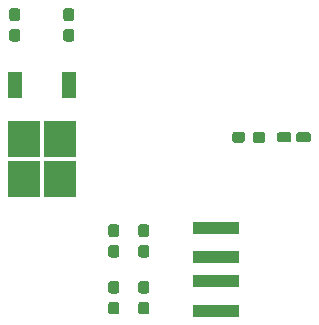
<source format=gbr>
G04 #@! TF.GenerationSoftware,KiCad,Pcbnew,(5.0.2)-1*
G04 #@! TF.CreationDate,2020-06-10T19:57:50-05:00*
G04 #@! TF.ProjectId,BusinessCards,42757369-6e65-4737-9343-617264732e6b,rev?*
G04 #@! TF.SameCoordinates,Original*
G04 #@! TF.FileFunction,Paste,Bot*
G04 #@! TF.FilePolarity,Positive*
%FSLAX46Y46*%
G04 Gerber Fmt 4.6, Leading zero omitted, Abs format (unit mm)*
G04 Created by KiCad (PCBNEW (5.0.2)-1) date 6/10/2020 7:57:50 PM*
%MOMM*%
%LPD*%
G01*
G04 APERTURE LIST*
%ADD10C,0.100000*%
%ADD11C,0.950000*%
%ADD12C,0.850000*%
%ADD13R,4.000000X1.120000*%
%ADD14R,2.750000X3.050000*%
%ADD15R,1.200000X2.200000*%
G04 APERTURE END LIST*
D10*
G04 #@! TO.C,C1*
G36*
X164598779Y-54114144D02*
X164621834Y-54117563D01*
X164644443Y-54123227D01*
X164666387Y-54131079D01*
X164687457Y-54141044D01*
X164707448Y-54153026D01*
X164726168Y-54166910D01*
X164743438Y-54182562D01*
X164759090Y-54199832D01*
X164772974Y-54218552D01*
X164784956Y-54238543D01*
X164794921Y-54259613D01*
X164802773Y-54281557D01*
X164808437Y-54304166D01*
X164811856Y-54327221D01*
X164813000Y-54350500D01*
X164813000Y-54925500D01*
X164811856Y-54948779D01*
X164808437Y-54971834D01*
X164802773Y-54994443D01*
X164794921Y-55016387D01*
X164784956Y-55037457D01*
X164772974Y-55057448D01*
X164759090Y-55076168D01*
X164743438Y-55093438D01*
X164726168Y-55109090D01*
X164707448Y-55122974D01*
X164687457Y-55134956D01*
X164666387Y-55144921D01*
X164644443Y-55152773D01*
X164621834Y-55158437D01*
X164598779Y-55161856D01*
X164575500Y-55163000D01*
X164100500Y-55163000D01*
X164077221Y-55161856D01*
X164054166Y-55158437D01*
X164031557Y-55152773D01*
X164009613Y-55144921D01*
X163988543Y-55134956D01*
X163968552Y-55122974D01*
X163949832Y-55109090D01*
X163932562Y-55093438D01*
X163916910Y-55076168D01*
X163903026Y-55057448D01*
X163891044Y-55037457D01*
X163881079Y-55016387D01*
X163873227Y-54994443D01*
X163867563Y-54971834D01*
X163864144Y-54948779D01*
X163863000Y-54925500D01*
X163863000Y-54350500D01*
X163864144Y-54327221D01*
X163867563Y-54304166D01*
X163873227Y-54281557D01*
X163881079Y-54259613D01*
X163891044Y-54238543D01*
X163903026Y-54218552D01*
X163916910Y-54199832D01*
X163932562Y-54182562D01*
X163949832Y-54166910D01*
X163968552Y-54153026D01*
X163988543Y-54141044D01*
X164009613Y-54131079D01*
X164031557Y-54123227D01*
X164054166Y-54117563D01*
X164077221Y-54114144D01*
X164100500Y-54113000D01*
X164575500Y-54113000D01*
X164598779Y-54114144D01*
X164598779Y-54114144D01*
G37*
D11*
X164338000Y-54638000D03*
D10*
G36*
X164598779Y-55864144D02*
X164621834Y-55867563D01*
X164644443Y-55873227D01*
X164666387Y-55881079D01*
X164687457Y-55891044D01*
X164707448Y-55903026D01*
X164726168Y-55916910D01*
X164743438Y-55932562D01*
X164759090Y-55949832D01*
X164772974Y-55968552D01*
X164784956Y-55988543D01*
X164794921Y-56009613D01*
X164802773Y-56031557D01*
X164808437Y-56054166D01*
X164811856Y-56077221D01*
X164813000Y-56100500D01*
X164813000Y-56675500D01*
X164811856Y-56698779D01*
X164808437Y-56721834D01*
X164802773Y-56744443D01*
X164794921Y-56766387D01*
X164784956Y-56787457D01*
X164772974Y-56807448D01*
X164759090Y-56826168D01*
X164743438Y-56843438D01*
X164726168Y-56859090D01*
X164707448Y-56872974D01*
X164687457Y-56884956D01*
X164666387Y-56894921D01*
X164644443Y-56902773D01*
X164621834Y-56908437D01*
X164598779Y-56911856D01*
X164575500Y-56913000D01*
X164100500Y-56913000D01*
X164077221Y-56911856D01*
X164054166Y-56908437D01*
X164031557Y-56902773D01*
X164009613Y-56894921D01*
X163988543Y-56884956D01*
X163968552Y-56872974D01*
X163949832Y-56859090D01*
X163932562Y-56843438D01*
X163916910Y-56826168D01*
X163903026Y-56807448D01*
X163891044Y-56787457D01*
X163881079Y-56766387D01*
X163873227Y-56744443D01*
X163867563Y-56721834D01*
X163864144Y-56698779D01*
X163863000Y-56675500D01*
X163863000Y-56100500D01*
X163864144Y-56077221D01*
X163867563Y-56054166D01*
X163873227Y-56031557D01*
X163881079Y-56009613D01*
X163891044Y-55988543D01*
X163903026Y-55968552D01*
X163916910Y-55949832D01*
X163932562Y-55932562D01*
X163949832Y-55916910D01*
X163968552Y-55903026D01*
X163988543Y-55891044D01*
X164009613Y-55881079D01*
X164031557Y-55873227D01*
X164054166Y-55867563D01*
X164077221Y-55864144D01*
X164100500Y-55863000D01*
X164575500Y-55863000D01*
X164598779Y-55864144D01*
X164598779Y-55864144D01*
G37*
D11*
X164338000Y-56388000D03*
G04 #@! TD*
D10*
G04 #@! TO.C,C2*
G36*
X169170779Y-55864144D02*
X169193834Y-55867563D01*
X169216443Y-55873227D01*
X169238387Y-55881079D01*
X169259457Y-55891044D01*
X169279448Y-55903026D01*
X169298168Y-55916910D01*
X169315438Y-55932562D01*
X169331090Y-55949832D01*
X169344974Y-55968552D01*
X169356956Y-55988543D01*
X169366921Y-56009613D01*
X169374773Y-56031557D01*
X169380437Y-56054166D01*
X169383856Y-56077221D01*
X169385000Y-56100500D01*
X169385000Y-56675500D01*
X169383856Y-56698779D01*
X169380437Y-56721834D01*
X169374773Y-56744443D01*
X169366921Y-56766387D01*
X169356956Y-56787457D01*
X169344974Y-56807448D01*
X169331090Y-56826168D01*
X169315438Y-56843438D01*
X169298168Y-56859090D01*
X169279448Y-56872974D01*
X169259457Y-56884956D01*
X169238387Y-56894921D01*
X169216443Y-56902773D01*
X169193834Y-56908437D01*
X169170779Y-56911856D01*
X169147500Y-56913000D01*
X168672500Y-56913000D01*
X168649221Y-56911856D01*
X168626166Y-56908437D01*
X168603557Y-56902773D01*
X168581613Y-56894921D01*
X168560543Y-56884956D01*
X168540552Y-56872974D01*
X168521832Y-56859090D01*
X168504562Y-56843438D01*
X168488910Y-56826168D01*
X168475026Y-56807448D01*
X168463044Y-56787457D01*
X168453079Y-56766387D01*
X168445227Y-56744443D01*
X168439563Y-56721834D01*
X168436144Y-56698779D01*
X168435000Y-56675500D01*
X168435000Y-56100500D01*
X168436144Y-56077221D01*
X168439563Y-56054166D01*
X168445227Y-56031557D01*
X168453079Y-56009613D01*
X168463044Y-55988543D01*
X168475026Y-55968552D01*
X168488910Y-55949832D01*
X168504562Y-55932562D01*
X168521832Y-55916910D01*
X168540552Y-55903026D01*
X168560543Y-55891044D01*
X168581613Y-55881079D01*
X168603557Y-55873227D01*
X168626166Y-55867563D01*
X168649221Y-55864144D01*
X168672500Y-55863000D01*
X169147500Y-55863000D01*
X169170779Y-55864144D01*
X169170779Y-55864144D01*
G37*
D11*
X168910000Y-56388000D03*
D10*
G36*
X169170779Y-54114144D02*
X169193834Y-54117563D01*
X169216443Y-54123227D01*
X169238387Y-54131079D01*
X169259457Y-54141044D01*
X169279448Y-54153026D01*
X169298168Y-54166910D01*
X169315438Y-54182562D01*
X169331090Y-54199832D01*
X169344974Y-54218552D01*
X169356956Y-54238543D01*
X169366921Y-54259613D01*
X169374773Y-54281557D01*
X169380437Y-54304166D01*
X169383856Y-54327221D01*
X169385000Y-54350500D01*
X169385000Y-54925500D01*
X169383856Y-54948779D01*
X169380437Y-54971834D01*
X169374773Y-54994443D01*
X169366921Y-55016387D01*
X169356956Y-55037457D01*
X169344974Y-55057448D01*
X169331090Y-55076168D01*
X169315438Y-55093438D01*
X169298168Y-55109090D01*
X169279448Y-55122974D01*
X169259457Y-55134956D01*
X169238387Y-55144921D01*
X169216443Y-55152773D01*
X169193834Y-55158437D01*
X169170779Y-55161856D01*
X169147500Y-55163000D01*
X168672500Y-55163000D01*
X168649221Y-55161856D01*
X168626166Y-55158437D01*
X168603557Y-55152773D01*
X168581613Y-55144921D01*
X168560543Y-55134956D01*
X168540552Y-55122974D01*
X168521832Y-55109090D01*
X168504562Y-55093438D01*
X168488910Y-55076168D01*
X168475026Y-55057448D01*
X168463044Y-55037457D01*
X168453079Y-55016387D01*
X168445227Y-54994443D01*
X168439563Y-54971834D01*
X168436144Y-54948779D01*
X168435000Y-54925500D01*
X168435000Y-54350500D01*
X168436144Y-54327221D01*
X168439563Y-54304166D01*
X168445227Y-54281557D01*
X168453079Y-54259613D01*
X168463044Y-54238543D01*
X168475026Y-54218552D01*
X168488910Y-54199832D01*
X168504562Y-54182562D01*
X168521832Y-54166910D01*
X168540552Y-54153026D01*
X168560543Y-54141044D01*
X168581613Y-54131079D01*
X168603557Y-54123227D01*
X168626166Y-54117563D01*
X168649221Y-54114144D01*
X168672500Y-54113000D01*
X169147500Y-54113000D01*
X169170779Y-54114144D01*
X169170779Y-54114144D01*
G37*
D11*
X168910000Y-54638000D03*
G04 #@! TD*
D10*
G04 #@! TO.C,D1*
G36*
X187568329Y-64600023D02*
X187588957Y-64603083D01*
X187609185Y-64608150D01*
X187628820Y-64615176D01*
X187647672Y-64624092D01*
X187665559Y-64634813D01*
X187682309Y-64647235D01*
X187697760Y-64661240D01*
X187711765Y-64676691D01*
X187724187Y-64693441D01*
X187734908Y-64711328D01*
X187743824Y-64730180D01*
X187750850Y-64749815D01*
X187755917Y-64770043D01*
X187758977Y-64790671D01*
X187760000Y-64811500D01*
X187760000Y-65236500D01*
X187758977Y-65257329D01*
X187755917Y-65277957D01*
X187750850Y-65298185D01*
X187743824Y-65317820D01*
X187734908Y-65336672D01*
X187724187Y-65354559D01*
X187711765Y-65371309D01*
X187697760Y-65386760D01*
X187682309Y-65400765D01*
X187665559Y-65413187D01*
X187647672Y-65423908D01*
X187628820Y-65432824D01*
X187609185Y-65439850D01*
X187588957Y-65444917D01*
X187568329Y-65447977D01*
X187547500Y-65449000D01*
X186747500Y-65449000D01*
X186726671Y-65447977D01*
X186706043Y-65444917D01*
X186685815Y-65439850D01*
X186666180Y-65432824D01*
X186647328Y-65423908D01*
X186629441Y-65413187D01*
X186612691Y-65400765D01*
X186597240Y-65386760D01*
X186583235Y-65371309D01*
X186570813Y-65354559D01*
X186560092Y-65336672D01*
X186551176Y-65317820D01*
X186544150Y-65298185D01*
X186539083Y-65277957D01*
X186536023Y-65257329D01*
X186535000Y-65236500D01*
X186535000Y-64811500D01*
X186536023Y-64790671D01*
X186539083Y-64770043D01*
X186544150Y-64749815D01*
X186551176Y-64730180D01*
X186560092Y-64711328D01*
X186570813Y-64693441D01*
X186583235Y-64676691D01*
X186597240Y-64661240D01*
X186612691Y-64647235D01*
X186629441Y-64634813D01*
X186647328Y-64624092D01*
X186666180Y-64615176D01*
X186685815Y-64608150D01*
X186706043Y-64603083D01*
X186726671Y-64600023D01*
X186747500Y-64599000D01*
X187547500Y-64599000D01*
X187568329Y-64600023D01*
X187568329Y-64600023D01*
G37*
D12*
X187147500Y-65024000D03*
D10*
G36*
X189193329Y-64600023D02*
X189213957Y-64603083D01*
X189234185Y-64608150D01*
X189253820Y-64615176D01*
X189272672Y-64624092D01*
X189290559Y-64634813D01*
X189307309Y-64647235D01*
X189322760Y-64661240D01*
X189336765Y-64676691D01*
X189349187Y-64693441D01*
X189359908Y-64711328D01*
X189368824Y-64730180D01*
X189375850Y-64749815D01*
X189380917Y-64770043D01*
X189383977Y-64790671D01*
X189385000Y-64811500D01*
X189385000Y-65236500D01*
X189383977Y-65257329D01*
X189380917Y-65277957D01*
X189375850Y-65298185D01*
X189368824Y-65317820D01*
X189359908Y-65336672D01*
X189349187Y-65354559D01*
X189336765Y-65371309D01*
X189322760Y-65386760D01*
X189307309Y-65400765D01*
X189290559Y-65413187D01*
X189272672Y-65423908D01*
X189253820Y-65432824D01*
X189234185Y-65439850D01*
X189213957Y-65444917D01*
X189193329Y-65447977D01*
X189172500Y-65449000D01*
X188372500Y-65449000D01*
X188351671Y-65447977D01*
X188331043Y-65444917D01*
X188310815Y-65439850D01*
X188291180Y-65432824D01*
X188272328Y-65423908D01*
X188254441Y-65413187D01*
X188237691Y-65400765D01*
X188222240Y-65386760D01*
X188208235Y-65371309D01*
X188195813Y-65354559D01*
X188185092Y-65336672D01*
X188176176Y-65317820D01*
X188169150Y-65298185D01*
X188164083Y-65277957D01*
X188161023Y-65257329D01*
X188160000Y-65236500D01*
X188160000Y-64811500D01*
X188161023Y-64790671D01*
X188164083Y-64770043D01*
X188169150Y-64749815D01*
X188176176Y-64730180D01*
X188185092Y-64711328D01*
X188195813Y-64693441D01*
X188208235Y-64676691D01*
X188222240Y-64661240D01*
X188237691Y-64647235D01*
X188254441Y-64634813D01*
X188272328Y-64624092D01*
X188291180Y-64615176D01*
X188310815Y-64608150D01*
X188331043Y-64603083D01*
X188351671Y-64600023D01*
X188372500Y-64599000D01*
X189172500Y-64599000D01*
X189193329Y-64600023D01*
X189193329Y-64600023D01*
G37*
D12*
X188772500Y-65024000D03*
G04 #@! TD*
D13*
G04 #@! TO.C,Conn1*
X181332000Y-77200000D03*
X181332000Y-75184000D03*
X181332000Y-72700000D03*
X181332000Y-79700000D03*
G04 #@! TD*
D10*
G04 #@! TO.C,R1*
G36*
X185335779Y-64550144D02*
X185358834Y-64553563D01*
X185381443Y-64559227D01*
X185403387Y-64567079D01*
X185424457Y-64577044D01*
X185444448Y-64589026D01*
X185463168Y-64602910D01*
X185480438Y-64618562D01*
X185496090Y-64635832D01*
X185509974Y-64654552D01*
X185521956Y-64674543D01*
X185531921Y-64695613D01*
X185539773Y-64717557D01*
X185545437Y-64740166D01*
X185548856Y-64763221D01*
X185550000Y-64786500D01*
X185550000Y-65261500D01*
X185548856Y-65284779D01*
X185545437Y-65307834D01*
X185539773Y-65330443D01*
X185531921Y-65352387D01*
X185521956Y-65373457D01*
X185509974Y-65393448D01*
X185496090Y-65412168D01*
X185480438Y-65429438D01*
X185463168Y-65445090D01*
X185444448Y-65458974D01*
X185424457Y-65470956D01*
X185403387Y-65480921D01*
X185381443Y-65488773D01*
X185358834Y-65494437D01*
X185335779Y-65497856D01*
X185312500Y-65499000D01*
X184737500Y-65499000D01*
X184714221Y-65497856D01*
X184691166Y-65494437D01*
X184668557Y-65488773D01*
X184646613Y-65480921D01*
X184625543Y-65470956D01*
X184605552Y-65458974D01*
X184586832Y-65445090D01*
X184569562Y-65429438D01*
X184553910Y-65412168D01*
X184540026Y-65393448D01*
X184528044Y-65373457D01*
X184518079Y-65352387D01*
X184510227Y-65330443D01*
X184504563Y-65307834D01*
X184501144Y-65284779D01*
X184500000Y-65261500D01*
X184500000Y-64786500D01*
X184501144Y-64763221D01*
X184504563Y-64740166D01*
X184510227Y-64717557D01*
X184518079Y-64695613D01*
X184528044Y-64674543D01*
X184540026Y-64654552D01*
X184553910Y-64635832D01*
X184569562Y-64618562D01*
X184586832Y-64602910D01*
X184605552Y-64589026D01*
X184625543Y-64577044D01*
X184646613Y-64567079D01*
X184668557Y-64559227D01*
X184691166Y-64553563D01*
X184714221Y-64550144D01*
X184737500Y-64549000D01*
X185312500Y-64549000D01*
X185335779Y-64550144D01*
X185335779Y-64550144D01*
G37*
D11*
X185025000Y-65024000D03*
D10*
G36*
X183585779Y-64550144D02*
X183608834Y-64553563D01*
X183631443Y-64559227D01*
X183653387Y-64567079D01*
X183674457Y-64577044D01*
X183694448Y-64589026D01*
X183713168Y-64602910D01*
X183730438Y-64618562D01*
X183746090Y-64635832D01*
X183759974Y-64654552D01*
X183771956Y-64674543D01*
X183781921Y-64695613D01*
X183789773Y-64717557D01*
X183795437Y-64740166D01*
X183798856Y-64763221D01*
X183800000Y-64786500D01*
X183800000Y-65261500D01*
X183798856Y-65284779D01*
X183795437Y-65307834D01*
X183789773Y-65330443D01*
X183781921Y-65352387D01*
X183771956Y-65373457D01*
X183759974Y-65393448D01*
X183746090Y-65412168D01*
X183730438Y-65429438D01*
X183713168Y-65445090D01*
X183694448Y-65458974D01*
X183674457Y-65470956D01*
X183653387Y-65480921D01*
X183631443Y-65488773D01*
X183608834Y-65494437D01*
X183585779Y-65497856D01*
X183562500Y-65499000D01*
X182987500Y-65499000D01*
X182964221Y-65497856D01*
X182941166Y-65494437D01*
X182918557Y-65488773D01*
X182896613Y-65480921D01*
X182875543Y-65470956D01*
X182855552Y-65458974D01*
X182836832Y-65445090D01*
X182819562Y-65429438D01*
X182803910Y-65412168D01*
X182790026Y-65393448D01*
X182778044Y-65373457D01*
X182768079Y-65352387D01*
X182760227Y-65330443D01*
X182754563Y-65307834D01*
X182751144Y-65284779D01*
X182750000Y-65261500D01*
X182750000Y-64786500D01*
X182751144Y-64763221D01*
X182754563Y-64740166D01*
X182760227Y-64717557D01*
X182768079Y-64695613D01*
X182778044Y-64674543D01*
X182790026Y-64654552D01*
X182803910Y-64635832D01*
X182819562Y-64618562D01*
X182836832Y-64602910D01*
X182855552Y-64589026D01*
X182875543Y-64577044D01*
X182896613Y-64567079D01*
X182918557Y-64559227D01*
X182941166Y-64553563D01*
X182964221Y-64550144D01*
X182987500Y-64549000D01*
X183562500Y-64549000D01*
X183585779Y-64550144D01*
X183585779Y-64550144D01*
G37*
D11*
X183275000Y-65024000D03*
G04 #@! TD*
D10*
G04 #@! TO.C,R2*
G36*
X172980779Y-77200144D02*
X173003834Y-77203563D01*
X173026443Y-77209227D01*
X173048387Y-77217079D01*
X173069457Y-77227044D01*
X173089448Y-77239026D01*
X173108168Y-77252910D01*
X173125438Y-77268562D01*
X173141090Y-77285832D01*
X173154974Y-77304552D01*
X173166956Y-77324543D01*
X173176921Y-77345613D01*
X173184773Y-77367557D01*
X173190437Y-77390166D01*
X173193856Y-77413221D01*
X173195000Y-77436500D01*
X173195000Y-78011500D01*
X173193856Y-78034779D01*
X173190437Y-78057834D01*
X173184773Y-78080443D01*
X173176921Y-78102387D01*
X173166956Y-78123457D01*
X173154974Y-78143448D01*
X173141090Y-78162168D01*
X173125438Y-78179438D01*
X173108168Y-78195090D01*
X173089448Y-78208974D01*
X173069457Y-78220956D01*
X173048387Y-78230921D01*
X173026443Y-78238773D01*
X173003834Y-78244437D01*
X172980779Y-78247856D01*
X172957500Y-78249000D01*
X172482500Y-78249000D01*
X172459221Y-78247856D01*
X172436166Y-78244437D01*
X172413557Y-78238773D01*
X172391613Y-78230921D01*
X172370543Y-78220956D01*
X172350552Y-78208974D01*
X172331832Y-78195090D01*
X172314562Y-78179438D01*
X172298910Y-78162168D01*
X172285026Y-78143448D01*
X172273044Y-78123457D01*
X172263079Y-78102387D01*
X172255227Y-78080443D01*
X172249563Y-78057834D01*
X172246144Y-78034779D01*
X172245000Y-78011500D01*
X172245000Y-77436500D01*
X172246144Y-77413221D01*
X172249563Y-77390166D01*
X172255227Y-77367557D01*
X172263079Y-77345613D01*
X172273044Y-77324543D01*
X172285026Y-77304552D01*
X172298910Y-77285832D01*
X172314562Y-77268562D01*
X172331832Y-77252910D01*
X172350552Y-77239026D01*
X172370543Y-77227044D01*
X172391613Y-77217079D01*
X172413557Y-77209227D01*
X172436166Y-77203563D01*
X172459221Y-77200144D01*
X172482500Y-77199000D01*
X172957500Y-77199000D01*
X172980779Y-77200144D01*
X172980779Y-77200144D01*
G37*
D11*
X172720000Y-77724000D03*
D10*
G36*
X172980779Y-78950144D02*
X173003834Y-78953563D01*
X173026443Y-78959227D01*
X173048387Y-78967079D01*
X173069457Y-78977044D01*
X173089448Y-78989026D01*
X173108168Y-79002910D01*
X173125438Y-79018562D01*
X173141090Y-79035832D01*
X173154974Y-79054552D01*
X173166956Y-79074543D01*
X173176921Y-79095613D01*
X173184773Y-79117557D01*
X173190437Y-79140166D01*
X173193856Y-79163221D01*
X173195000Y-79186500D01*
X173195000Y-79761500D01*
X173193856Y-79784779D01*
X173190437Y-79807834D01*
X173184773Y-79830443D01*
X173176921Y-79852387D01*
X173166956Y-79873457D01*
X173154974Y-79893448D01*
X173141090Y-79912168D01*
X173125438Y-79929438D01*
X173108168Y-79945090D01*
X173089448Y-79958974D01*
X173069457Y-79970956D01*
X173048387Y-79980921D01*
X173026443Y-79988773D01*
X173003834Y-79994437D01*
X172980779Y-79997856D01*
X172957500Y-79999000D01*
X172482500Y-79999000D01*
X172459221Y-79997856D01*
X172436166Y-79994437D01*
X172413557Y-79988773D01*
X172391613Y-79980921D01*
X172370543Y-79970956D01*
X172350552Y-79958974D01*
X172331832Y-79945090D01*
X172314562Y-79929438D01*
X172298910Y-79912168D01*
X172285026Y-79893448D01*
X172273044Y-79873457D01*
X172263079Y-79852387D01*
X172255227Y-79830443D01*
X172249563Y-79807834D01*
X172246144Y-79784779D01*
X172245000Y-79761500D01*
X172245000Y-79186500D01*
X172246144Y-79163221D01*
X172249563Y-79140166D01*
X172255227Y-79117557D01*
X172263079Y-79095613D01*
X172273044Y-79074543D01*
X172285026Y-79054552D01*
X172298910Y-79035832D01*
X172314562Y-79018562D01*
X172331832Y-79002910D01*
X172350552Y-78989026D01*
X172370543Y-78977044D01*
X172391613Y-78967079D01*
X172413557Y-78959227D01*
X172436166Y-78953563D01*
X172459221Y-78950144D01*
X172482500Y-78949000D01*
X172957500Y-78949000D01*
X172980779Y-78950144D01*
X172980779Y-78950144D01*
G37*
D11*
X172720000Y-79474000D03*
G04 #@! TD*
D10*
G04 #@! TO.C,R3*
G36*
X175520779Y-77200144D02*
X175543834Y-77203563D01*
X175566443Y-77209227D01*
X175588387Y-77217079D01*
X175609457Y-77227044D01*
X175629448Y-77239026D01*
X175648168Y-77252910D01*
X175665438Y-77268562D01*
X175681090Y-77285832D01*
X175694974Y-77304552D01*
X175706956Y-77324543D01*
X175716921Y-77345613D01*
X175724773Y-77367557D01*
X175730437Y-77390166D01*
X175733856Y-77413221D01*
X175735000Y-77436500D01*
X175735000Y-78011500D01*
X175733856Y-78034779D01*
X175730437Y-78057834D01*
X175724773Y-78080443D01*
X175716921Y-78102387D01*
X175706956Y-78123457D01*
X175694974Y-78143448D01*
X175681090Y-78162168D01*
X175665438Y-78179438D01*
X175648168Y-78195090D01*
X175629448Y-78208974D01*
X175609457Y-78220956D01*
X175588387Y-78230921D01*
X175566443Y-78238773D01*
X175543834Y-78244437D01*
X175520779Y-78247856D01*
X175497500Y-78249000D01*
X175022500Y-78249000D01*
X174999221Y-78247856D01*
X174976166Y-78244437D01*
X174953557Y-78238773D01*
X174931613Y-78230921D01*
X174910543Y-78220956D01*
X174890552Y-78208974D01*
X174871832Y-78195090D01*
X174854562Y-78179438D01*
X174838910Y-78162168D01*
X174825026Y-78143448D01*
X174813044Y-78123457D01*
X174803079Y-78102387D01*
X174795227Y-78080443D01*
X174789563Y-78057834D01*
X174786144Y-78034779D01*
X174785000Y-78011500D01*
X174785000Y-77436500D01*
X174786144Y-77413221D01*
X174789563Y-77390166D01*
X174795227Y-77367557D01*
X174803079Y-77345613D01*
X174813044Y-77324543D01*
X174825026Y-77304552D01*
X174838910Y-77285832D01*
X174854562Y-77268562D01*
X174871832Y-77252910D01*
X174890552Y-77239026D01*
X174910543Y-77227044D01*
X174931613Y-77217079D01*
X174953557Y-77209227D01*
X174976166Y-77203563D01*
X174999221Y-77200144D01*
X175022500Y-77199000D01*
X175497500Y-77199000D01*
X175520779Y-77200144D01*
X175520779Y-77200144D01*
G37*
D11*
X175260000Y-77724000D03*
D10*
G36*
X175520779Y-78950144D02*
X175543834Y-78953563D01*
X175566443Y-78959227D01*
X175588387Y-78967079D01*
X175609457Y-78977044D01*
X175629448Y-78989026D01*
X175648168Y-79002910D01*
X175665438Y-79018562D01*
X175681090Y-79035832D01*
X175694974Y-79054552D01*
X175706956Y-79074543D01*
X175716921Y-79095613D01*
X175724773Y-79117557D01*
X175730437Y-79140166D01*
X175733856Y-79163221D01*
X175735000Y-79186500D01*
X175735000Y-79761500D01*
X175733856Y-79784779D01*
X175730437Y-79807834D01*
X175724773Y-79830443D01*
X175716921Y-79852387D01*
X175706956Y-79873457D01*
X175694974Y-79893448D01*
X175681090Y-79912168D01*
X175665438Y-79929438D01*
X175648168Y-79945090D01*
X175629448Y-79958974D01*
X175609457Y-79970956D01*
X175588387Y-79980921D01*
X175566443Y-79988773D01*
X175543834Y-79994437D01*
X175520779Y-79997856D01*
X175497500Y-79999000D01*
X175022500Y-79999000D01*
X174999221Y-79997856D01*
X174976166Y-79994437D01*
X174953557Y-79988773D01*
X174931613Y-79980921D01*
X174910543Y-79970956D01*
X174890552Y-79958974D01*
X174871832Y-79945090D01*
X174854562Y-79929438D01*
X174838910Y-79912168D01*
X174825026Y-79893448D01*
X174813044Y-79873457D01*
X174803079Y-79852387D01*
X174795227Y-79830443D01*
X174789563Y-79807834D01*
X174786144Y-79784779D01*
X174785000Y-79761500D01*
X174785000Y-79186500D01*
X174786144Y-79163221D01*
X174789563Y-79140166D01*
X174795227Y-79117557D01*
X174803079Y-79095613D01*
X174813044Y-79074543D01*
X174825026Y-79054552D01*
X174838910Y-79035832D01*
X174854562Y-79018562D01*
X174871832Y-79002910D01*
X174890552Y-78989026D01*
X174910543Y-78977044D01*
X174931613Y-78967079D01*
X174953557Y-78959227D01*
X174976166Y-78953563D01*
X174999221Y-78950144D01*
X175022500Y-78949000D01*
X175497500Y-78949000D01*
X175520779Y-78950144D01*
X175520779Y-78950144D01*
G37*
D11*
X175260000Y-79474000D03*
G04 #@! TD*
D10*
G04 #@! TO.C,R4*
G36*
X172980779Y-74152144D02*
X173003834Y-74155563D01*
X173026443Y-74161227D01*
X173048387Y-74169079D01*
X173069457Y-74179044D01*
X173089448Y-74191026D01*
X173108168Y-74204910D01*
X173125438Y-74220562D01*
X173141090Y-74237832D01*
X173154974Y-74256552D01*
X173166956Y-74276543D01*
X173176921Y-74297613D01*
X173184773Y-74319557D01*
X173190437Y-74342166D01*
X173193856Y-74365221D01*
X173195000Y-74388500D01*
X173195000Y-74963500D01*
X173193856Y-74986779D01*
X173190437Y-75009834D01*
X173184773Y-75032443D01*
X173176921Y-75054387D01*
X173166956Y-75075457D01*
X173154974Y-75095448D01*
X173141090Y-75114168D01*
X173125438Y-75131438D01*
X173108168Y-75147090D01*
X173089448Y-75160974D01*
X173069457Y-75172956D01*
X173048387Y-75182921D01*
X173026443Y-75190773D01*
X173003834Y-75196437D01*
X172980779Y-75199856D01*
X172957500Y-75201000D01*
X172482500Y-75201000D01*
X172459221Y-75199856D01*
X172436166Y-75196437D01*
X172413557Y-75190773D01*
X172391613Y-75182921D01*
X172370543Y-75172956D01*
X172350552Y-75160974D01*
X172331832Y-75147090D01*
X172314562Y-75131438D01*
X172298910Y-75114168D01*
X172285026Y-75095448D01*
X172273044Y-75075457D01*
X172263079Y-75054387D01*
X172255227Y-75032443D01*
X172249563Y-75009834D01*
X172246144Y-74986779D01*
X172245000Y-74963500D01*
X172245000Y-74388500D01*
X172246144Y-74365221D01*
X172249563Y-74342166D01*
X172255227Y-74319557D01*
X172263079Y-74297613D01*
X172273044Y-74276543D01*
X172285026Y-74256552D01*
X172298910Y-74237832D01*
X172314562Y-74220562D01*
X172331832Y-74204910D01*
X172350552Y-74191026D01*
X172370543Y-74179044D01*
X172391613Y-74169079D01*
X172413557Y-74161227D01*
X172436166Y-74155563D01*
X172459221Y-74152144D01*
X172482500Y-74151000D01*
X172957500Y-74151000D01*
X172980779Y-74152144D01*
X172980779Y-74152144D01*
G37*
D11*
X172720000Y-74676000D03*
D10*
G36*
X172980779Y-72402144D02*
X173003834Y-72405563D01*
X173026443Y-72411227D01*
X173048387Y-72419079D01*
X173069457Y-72429044D01*
X173089448Y-72441026D01*
X173108168Y-72454910D01*
X173125438Y-72470562D01*
X173141090Y-72487832D01*
X173154974Y-72506552D01*
X173166956Y-72526543D01*
X173176921Y-72547613D01*
X173184773Y-72569557D01*
X173190437Y-72592166D01*
X173193856Y-72615221D01*
X173195000Y-72638500D01*
X173195000Y-73213500D01*
X173193856Y-73236779D01*
X173190437Y-73259834D01*
X173184773Y-73282443D01*
X173176921Y-73304387D01*
X173166956Y-73325457D01*
X173154974Y-73345448D01*
X173141090Y-73364168D01*
X173125438Y-73381438D01*
X173108168Y-73397090D01*
X173089448Y-73410974D01*
X173069457Y-73422956D01*
X173048387Y-73432921D01*
X173026443Y-73440773D01*
X173003834Y-73446437D01*
X172980779Y-73449856D01*
X172957500Y-73451000D01*
X172482500Y-73451000D01*
X172459221Y-73449856D01*
X172436166Y-73446437D01*
X172413557Y-73440773D01*
X172391613Y-73432921D01*
X172370543Y-73422956D01*
X172350552Y-73410974D01*
X172331832Y-73397090D01*
X172314562Y-73381438D01*
X172298910Y-73364168D01*
X172285026Y-73345448D01*
X172273044Y-73325457D01*
X172263079Y-73304387D01*
X172255227Y-73282443D01*
X172249563Y-73259834D01*
X172246144Y-73236779D01*
X172245000Y-73213500D01*
X172245000Y-72638500D01*
X172246144Y-72615221D01*
X172249563Y-72592166D01*
X172255227Y-72569557D01*
X172263079Y-72547613D01*
X172273044Y-72526543D01*
X172285026Y-72506552D01*
X172298910Y-72487832D01*
X172314562Y-72470562D01*
X172331832Y-72454910D01*
X172350552Y-72441026D01*
X172370543Y-72429044D01*
X172391613Y-72419079D01*
X172413557Y-72411227D01*
X172436166Y-72405563D01*
X172459221Y-72402144D01*
X172482500Y-72401000D01*
X172957500Y-72401000D01*
X172980779Y-72402144D01*
X172980779Y-72402144D01*
G37*
D11*
X172720000Y-72926000D03*
G04 #@! TD*
D10*
G04 #@! TO.C,R5*
G36*
X175520779Y-74152144D02*
X175543834Y-74155563D01*
X175566443Y-74161227D01*
X175588387Y-74169079D01*
X175609457Y-74179044D01*
X175629448Y-74191026D01*
X175648168Y-74204910D01*
X175665438Y-74220562D01*
X175681090Y-74237832D01*
X175694974Y-74256552D01*
X175706956Y-74276543D01*
X175716921Y-74297613D01*
X175724773Y-74319557D01*
X175730437Y-74342166D01*
X175733856Y-74365221D01*
X175735000Y-74388500D01*
X175735000Y-74963500D01*
X175733856Y-74986779D01*
X175730437Y-75009834D01*
X175724773Y-75032443D01*
X175716921Y-75054387D01*
X175706956Y-75075457D01*
X175694974Y-75095448D01*
X175681090Y-75114168D01*
X175665438Y-75131438D01*
X175648168Y-75147090D01*
X175629448Y-75160974D01*
X175609457Y-75172956D01*
X175588387Y-75182921D01*
X175566443Y-75190773D01*
X175543834Y-75196437D01*
X175520779Y-75199856D01*
X175497500Y-75201000D01*
X175022500Y-75201000D01*
X174999221Y-75199856D01*
X174976166Y-75196437D01*
X174953557Y-75190773D01*
X174931613Y-75182921D01*
X174910543Y-75172956D01*
X174890552Y-75160974D01*
X174871832Y-75147090D01*
X174854562Y-75131438D01*
X174838910Y-75114168D01*
X174825026Y-75095448D01*
X174813044Y-75075457D01*
X174803079Y-75054387D01*
X174795227Y-75032443D01*
X174789563Y-75009834D01*
X174786144Y-74986779D01*
X174785000Y-74963500D01*
X174785000Y-74388500D01*
X174786144Y-74365221D01*
X174789563Y-74342166D01*
X174795227Y-74319557D01*
X174803079Y-74297613D01*
X174813044Y-74276543D01*
X174825026Y-74256552D01*
X174838910Y-74237832D01*
X174854562Y-74220562D01*
X174871832Y-74204910D01*
X174890552Y-74191026D01*
X174910543Y-74179044D01*
X174931613Y-74169079D01*
X174953557Y-74161227D01*
X174976166Y-74155563D01*
X174999221Y-74152144D01*
X175022500Y-74151000D01*
X175497500Y-74151000D01*
X175520779Y-74152144D01*
X175520779Y-74152144D01*
G37*
D11*
X175260000Y-74676000D03*
D10*
G36*
X175520779Y-72402144D02*
X175543834Y-72405563D01*
X175566443Y-72411227D01*
X175588387Y-72419079D01*
X175609457Y-72429044D01*
X175629448Y-72441026D01*
X175648168Y-72454910D01*
X175665438Y-72470562D01*
X175681090Y-72487832D01*
X175694974Y-72506552D01*
X175706956Y-72526543D01*
X175716921Y-72547613D01*
X175724773Y-72569557D01*
X175730437Y-72592166D01*
X175733856Y-72615221D01*
X175735000Y-72638500D01*
X175735000Y-73213500D01*
X175733856Y-73236779D01*
X175730437Y-73259834D01*
X175724773Y-73282443D01*
X175716921Y-73304387D01*
X175706956Y-73325457D01*
X175694974Y-73345448D01*
X175681090Y-73364168D01*
X175665438Y-73381438D01*
X175648168Y-73397090D01*
X175629448Y-73410974D01*
X175609457Y-73422956D01*
X175588387Y-73432921D01*
X175566443Y-73440773D01*
X175543834Y-73446437D01*
X175520779Y-73449856D01*
X175497500Y-73451000D01*
X175022500Y-73451000D01*
X174999221Y-73449856D01*
X174976166Y-73446437D01*
X174953557Y-73440773D01*
X174931613Y-73432921D01*
X174910543Y-73422956D01*
X174890552Y-73410974D01*
X174871832Y-73397090D01*
X174854562Y-73381438D01*
X174838910Y-73364168D01*
X174825026Y-73345448D01*
X174813044Y-73325457D01*
X174803079Y-73304387D01*
X174795227Y-73282443D01*
X174789563Y-73259834D01*
X174786144Y-73236779D01*
X174785000Y-73213500D01*
X174785000Y-72638500D01*
X174786144Y-72615221D01*
X174789563Y-72592166D01*
X174795227Y-72569557D01*
X174803079Y-72547613D01*
X174813044Y-72526543D01*
X174825026Y-72506552D01*
X174838910Y-72487832D01*
X174854562Y-72470562D01*
X174871832Y-72454910D01*
X174890552Y-72441026D01*
X174910543Y-72429044D01*
X174931613Y-72419079D01*
X174953557Y-72411227D01*
X174976166Y-72405563D01*
X174999221Y-72402144D01*
X175022500Y-72401000D01*
X175497500Y-72401000D01*
X175520779Y-72402144D01*
X175520779Y-72402144D01*
G37*
D11*
X175260000Y-72926000D03*
G04 #@! TD*
D14*
G04 #@! TO.C,U1*
X168149000Y-65195000D03*
X165099000Y-68545000D03*
X165099000Y-65195000D03*
X168149000Y-68545000D03*
D15*
X168904000Y-60570000D03*
X164344000Y-60570000D03*
G04 #@! TD*
M02*

</source>
